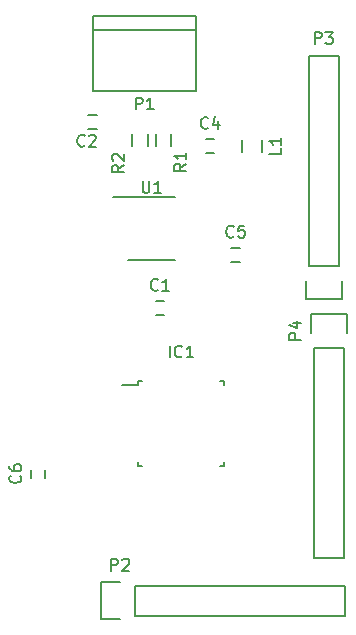
<source format=gbr>
G04 #@! TF.FileFunction,Legend,Top*
%FSLAX46Y46*%
G04 Gerber Fmt 4.6, Leading zero omitted, Abs format (unit mm)*
G04 Created by KiCad (PCBNEW 4.0.4-stable) date Fri Nov 25 15:40:38 2016*
%MOMM*%
%LPD*%
G01*
G04 APERTURE LIST*
%ADD10C,0.100000*%
%ADD11C,0.150000*%
G04 APERTURE END LIST*
D10*
D11*
X160500000Y-98647500D02*
X164500000Y-98647500D01*
X159225000Y-93352500D02*
X164500000Y-93352500D01*
X162850000Y-102100000D02*
X163550000Y-102100000D01*
X163550000Y-103300000D02*
X162850000Y-103300000D01*
X157850000Y-87600000D02*
X157150000Y-87600000D01*
X157150000Y-86400000D02*
X157850000Y-86400000D01*
X167100000Y-88400000D02*
X167800000Y-88400000D01*
X167800000Y-89600000D02*
X167100000Y-89600000D01*
X169250000Y-97600000D02*
X169950000Y-97600000D01*
X169950000Y-98800000D02*
X169250000Y-98800000D01*
X152300000Y-117100000D02*
X152300000Y-116400000D01*
X153500000Y-116400000D02*
X153500000Y-117100000D01*
X161375000Y-108875000D02*
X161375000Y-109200000D01*
X168625000Y-108875000D02*
X168625000Y-109200000D01*
X168625000Y-116125000D02*
X168625000Y-115800000D01*
X161375000Y-116125000D02*
X161375000Y-115800000D01*
X161375000Y-108875000D02*
X161700000Y-108875000D01*
X161375000Y-116125000D02*
X161700000Y-116125000D01*
X168625000Y-116125000D02*
X168300000Y-116125000D01*
X168625000Y-108875000D02*
X168300000Y-108875000D01*
X161375000Y-109200000D02*
X159950000Y-109200000D01*
X170150000Y-88500000D02*
X170150000Y-89500000D01*
X171850000Y-89500000D02*
X171850000Y-88500000D01*
X166250900Y-77982540D02*
X157550900Y-77982540D01*
X166250900Y-84387540D02*
X157550900Y-84387540D01*
X157550900Y-84387540D02*
X157550900Y-77982540D01*
X157550900Y-79212540D02*
X166250900Y-79212540D01*
X166250900Y-77982540D02*
X166250900Y-84387540D01*
X161070000Y-128770000D02*
X178850000Y-128770000D01*
X178850000Y-128770000D02*
X178850000Y-126230000D01*
X178850000Y-126230000D02*
X161070000Y-126230000D01*
X158250000Y-129050000D02*
X159800000Y-129050000D01*
X161070000Y-128770000D02*
X161070000Y-126230000D01*
X159800000Y-125950000D02*
X158250000Y-125950000D01*
X158250000Y-125950000D02*
X158250000Y-129050000D01*
X178370000Y-99130000D02*
X178370000Y-81350000D01*
X178370000Y-81350000D02*
X175830000Y-81350000D01*
X175830000Y-81350000D02*
X175830000Y-99130000D01*
X178650000Y-101950000D02*
X178650000Y-100400000D01*
X178370000Y-99130000D02*
X175830000Y-99130000D01*
X175550000Y-100400000D02*
X175550000Y-101950000D01*
X175550000Y-101950000D02*
X178650000Y-101950000D01*
X176230000Y-106070000D02*
X176230000Y-123850000D01*
X176230000Y-123850000D02*
X178770000Y-123850000D01*
X178770000Y-123850000D02*
X178770000Y-106070000D01*
X175950000Y-103250000D02*
X175950000Y-104800000D01*
X176230000Y-106070000D02*
X178770000Y-106070000D01*
X179050000Y-104800000D02*
X179050000Y-103250000D01*
X179050000Y-103250000D02*
X175950000Y-103250000D01*
X164175000Y-88000000D02*
X164175000Y-89000000D01*
X162825000Y-89000000D02*
X162825000Y-88000000D01*
X162175000Y-88000000D02*
X162175000Y-89000000D01*
X160825000Y-89000000D02*
X160825000Y-88000000D01*
X161738095Y-91952381D02*
X161738095Y-92761905D01*
X161785714Y-92857143D01*
X161833333Y-92904762D01*
X161928571Y-92952381D01*
X162119048Y-92952381D01*
X162214286Y-92904762D01*
X162261905Y-92857143D01*
X162309524Y-92761905D01*
X162309524Y-91952381D01*
X163309524Y-92952381D02*
X162738095Y-92952381D01*
X163023809Y-92952381D02*
X163023809Y-91952381D01*
X162928571Y-92095238D01*
X162833333Y-92190476D01*
X162738095Y-92238095D01*
X163033334Y-101157143D02*
X162985715Y-101204762D01*
X162842858Y-101252381D01*
X162747620Y-101252381D01*
X162604762Y-101204762D01*
X162509524Y-101109524D01*
X162461905Y-101014286D01*
X162414286Y-100823810D01*
X162414286Y-100680952D01*
X162461905Y-100490476D01*
X162509524Y-100395238D01*
X162604762Y-100300000D01*
X162747620Y-100252381D01*
X162842858Y-100252381D01*
X162985715Y-100300000D01*
X163033334Y-100347619D01*
X163985715Y-101252381D02*
X163414286Y-101252381D01*
X163700000Y-101252381D02*
X163700000Y-100252381D01*
X163604762Y-100395238D01*
X163509524Y-100490476D01*
X163414286Y-100538095D01*
X156833334Y-88957143D02*
X156785715Y-89004762D01*
X156642858Y-89052381D01*
X156547620Y-89052381D01*
X156404762Y-89004762D01*
X156309524Y-88909524D01*
X156261905Y-88814286D01*
X156214286Y-88623810D01*
X156214286Y-88480952D01*
X156261905Y-88290476D01*
X156309524Y-88195238D01*
X156404762Y-88100000D01*
X156547620Y-88052381D01*
X156642858Y-88052381D01*
X156785715Y-88100000D01*
X156833334Y-88147619D01*
X157214286Y-88147619D02*
X157261905Y-88100000D01*
X157357143Y-88052381D01*
X157595239Y-88052381D01*
X157690477Y-88100000D01*
X157738096Y-88147619D01*
X157785715Y-88242857D01*
X157785715Y-88338095D01*
X157738096Y-88480952D01*
X157166667Y-89052381D01*
X157785715Y-89052381D01*
X167283334Y-87457143D02*
X167235715Y-87504762D01*
X167092858Y-87552381D01*
X166997620Y-87552381D01*
X166854762Y-87504762D01*
X166759524Y-87409524D01*
X166711905Y-87314286D01*
X166664286Y-87123810D01*
X166664286Y-86980952D01*
X166711905Y-86790476D01*
X166759524Y-86695238D01*
X166854762Y-86600000D01*
X166997620Y-86552381D01*
X167092858Y-86552381D01*
X167235715Y-86600000D01*
X167283334Y-86647619D01*
X168140477Y-86885714D02*
X168140477Y-87552381D01*
X167902381Y-86504762D02*
X167664286Y-87219048D01*
X168283334Y-87219048D01*
X169433334Y-96657143D02*
X169385715Y-96704762D01*
X169242858Y-96752381D01*
X169147620Y-96752381D01*
X169004762Y-96704762D01*
X168909524Y-96609524D01*
X168861905Y-96514286D01*
X168814286Y-96323810D01*
X168814286Y-96180952D01*
X168861905Y-95990476D01*
X168909524Y-95895238D01*
X169004762Y-95800000D01*
X169147620Y-95752381D01*
X169242858Y-95752381D01*
X169385715Y-95800000D01*
X169433334Y-95847619D01*
X170338096Y-95752381D02*
X169861905Y-95752381D01*
X169814286Y-96228571D01*
X169861905Y-96180952D01*
X169957143Y-96133333D01*
X170195239Y-96133333D01*
X170290477Y-96180952D01*
X170338096Y-96228571D01*
X170385715Y-96323810D01*
X170385715Y-96561905D01*
X170338096Y-96657143D01*
X170290477Y-96704762D01*
X170195239Y-96752381D01*
X169957143Y-96752381D01*
X169861905Y-96704762D01*
X169814286Y-96657143D01*
X151357143Y-116916666D02*
X151404762Y-116964285D01*
X151452381Y-117107142D01*
X151452381Y-117202380D01*
X151404762Y-117345238D01*
X151309524Y-117440476D01*
X151214286Y-117488095D01*
X151023810Y-117535714D01*
X150880952Y-117535714D01*
X150690476Y-117488095D01*
X150595238Y-117440476D01*
X150500000Y-117345238D01*
X150452381Y-117202380D01*
X150452381Y-117107142D01*
X150500000Y-116964285D01*
X150547619Y-116916666D01*
X150452381Y-116059523D02*
X150452381Y-116250000D01*
X150500000Y-116345238D01*
X150547619Y-116392857D01*
X150690476Y-116488095D01*
X150880952Y-116535714D01*
X151261905Y-116535714D01*
X151357143Y-116488095D01*
X151404762Y-116440476D01*
X151452381Y-116345238D01*
X151452381Y-116154761D01*
X151404762Y-116059523D01*
X151357143Y-116011904D01*
X151261905Y-115964285D01*
X151023810Y-115964285D01*
X150928571Y-116011904D01*
X150880952Y-116059523D01*
X150833333Y-116154761D01*
X150833333Y-116345238D01*
X150880952Y-116440476D01*
X150928571Y-116488095D01*
X151023810Y-116535714D01*
X164023810Y-106902381D02*
X164023810Y-105902381D01*
X165071429Y-106807143D02*
X165023810Y-106854762D01*
X164880953Y-106902381D01*
X164785715Y-106902381D01*
X164642857Y-106854762D01*
X164547619Y-106759524D01*
X164500000Y-106664286D01*
X164452381Y-106473810D01*
X164452381Y-106330952D01*
X164500000Y-106140476D01*
X164547619Y-106045238D01*
X164642857Y-105950000D01*
X164785715Y-105902381D01*
X164880953Y-105902381D01*
X165023810Y-105950000D01*
X165071429Y-105997619D01*
X166023810Y-106902381D02*
X165452381Y-106902381D01*
X165738095Y-106902381D02*
X165738095Y-105902381D01*
X165642857Y-106045238D01*
X165547619Y-106140476D01*
X165452381Y-106188095D01*
X173452381Y-89166666D02*
X173452381Y-89642857D01*
X172452381Y-89642857D01*
X173452381Y-88309523D02*
X173452381Y-88880952D01*
X173452381Y-88595238D02*
X172452381Y-88595238D01*
X172595238Y-88690476D01*
X172690476Y-88785714D01*
X172738095Y-88880952D01*
X161161905Y-85902381D02*
X161161905Y-84902381D01*
X161542858Y-84902381D01*
X161638096Y-84950000D01*
X161685715Y-84997619D01*
X161733334Y-85092857D01*
X161733334Y-85235714D01*
X161685715Y-85330952D01*
X161638096Y-85378571D01*
X161542858Y-85426190D01*
X161161905Y-85426190D01*
X162685715Y-85902381D02*
X162114286Y-85902381D01*
X162400000Y-85902381D02*
X162400000Y-84902381D01*
X162304762Y-85045238D01*
X162209524Y-85140476D01*
X162114286Y-85188095D01*
X159061905Y-124952381D02*
X159061905Y-123952381D01*
X159442858Y-123952381D01*
X159538096Y-124000000D01*
X159585715Y-124047619D01*
X159633334Y-124142857D01*
X159633334Y-124285714D01*
X159585715Y-124380952D01*
X159538096Y-124428571D01*
X159442858Y-124476190D01*
X159061905Y-124476190D01*
X160014286Y-124047619D02*
X160061905Y-124000000D01*
X160157143Y-123952381D01*
X160395239Y-123952381D01*
X160490477Y-124000000D01*
X160538096Y-124047619D01*
X160585715Y-124142857D01*
X160585715Y-124238095D01*
X160538096Y-124380952D01*
X159966667Y-124952381D01*
X160585715Y-124952381D01*
X176311905Y-80352381D02*
X176311905Y-79352381D01*
X176692858Y-79352381D01*
X176788096Y-79400000D01*
X176835715Y-79447619D01*
X176883334Y-79542857D01*
X176883334Y-79685714D01*
X176835715Y-79780952D01*
X176788096Y-79828571D01*
X176692858Y-79876190D01*
X176311905Y-79876190D01*
X177216667Y-79352381D02*
X177835715Y-79352381D01*
X177502381Y-79733333D01*
X177645239Y-79733333D01*
X177740477Y-79780952D01*
X177788096Y-79828571D01*
X177835715Y-79923810D01*
X177835715Y-80161905D01*
X177788096Y-80257143D01*
X177740477Y-80304762D01*
X177645239Y-80352381D01*
X177359524Y-80352381D01*
X177264286Y-80304762D01*
X177216667Y-80257143D01*
X175152381Y-105388095D02*
X174152381Y-105388095D01*
X174152381Y-105007142D01*
X174200000Y-104911904D01*
X174247619Y-104864285D01*
X174342857Y-104816666D01*
X174485714Y-104816666D01*
X174580952Y-104864285D01*
X174628571Y-104911904D01*
X174676190Y-105007142D01*
X174676190Y-105388095D01*
X174485714Y-103959523D02*
X175152381Y-103959523D01*
X174104762Y-104197619D02*
X174819048Y-104435714D01*
X174819048Y-103816666D01*
X165402381Y-90516666D02*
X164926190Y-90850000D01*
X165402381Y-91088095D02*
X164402381Y-91088095D01*
X164402381Y-90707142D01*
X164450000Y-90611904D01*
X164497619Y-90564285D01*
X164592857Y-90516666D01*
X164735714Y-90516666D01*
X164830952Y-90564285D01*
X164878571Y-90611904D01*
X164926190Y-90707142D01*
X164926190Y-91088095D01*
X165402381Y-89564285D02*
X165402381Y-90135714D01*
X165402381Y-89850000D02*
X164402381Y-89850000D01*
X164545238Y-89945238D01*
X164640476Y-90040476D01*
X164688095Y-90135714D01*
X160152381Y-90616666D02*
X159676190Y-90950000D01*
X160152381Y-91188095D02*
X159152381Y-91188095D01*
X159152381Y-90807142D01*
X159200000Y-90711904D01*
X159247619Y-90664285D01*
X159342857Y-90616666D01*
X159485714Y-90616666D01*
X159580952Y-90664285D01*
X159628571Y-90711904D01*
X159676190Y-90807142D01*
X159676190Y-91188095D01*
X159247619Y-90235714D02*
X159200000Y-90188095D01*
X159152381Y-90092857D01*
X159152381Y-89854761D01*
X159200000Y-89759523D01*
X159247619Y-89711904D01*
X159342857Y-89664285D01*
X159438095Y-89664285D01*
X159580952Y-89711904D01*
X160152381Y-90283333D01*
X160152381Y-89664285D01*
M02*

</source>
